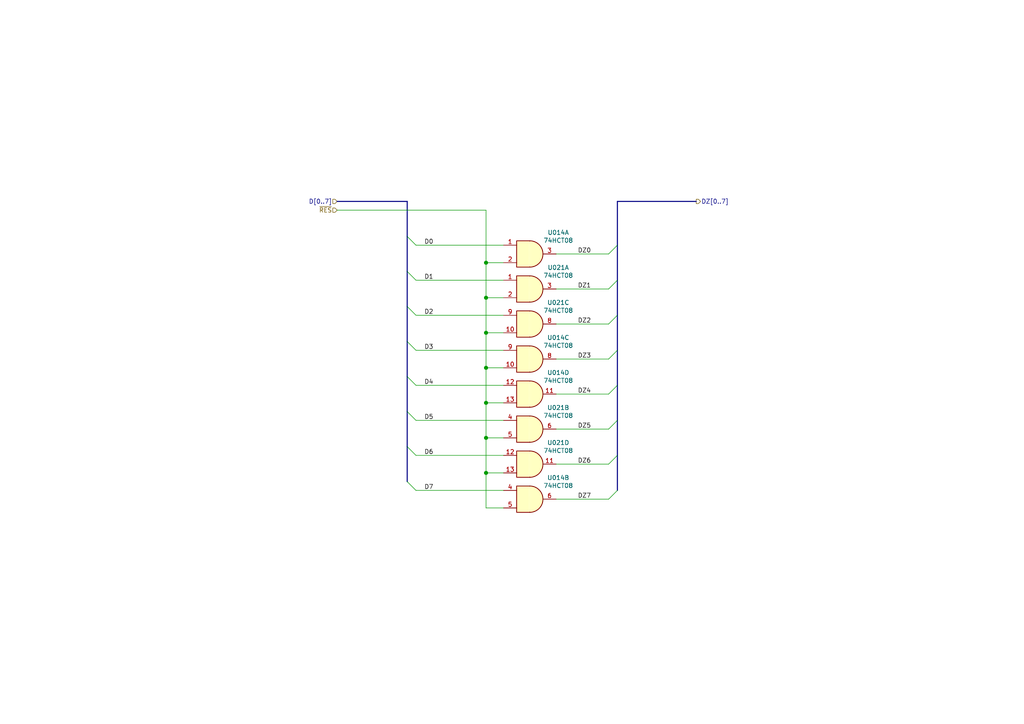
<source format=kicad_sch>
(kicad_sch (version 20211123) (generator eeschema)
  (paper "A4")
  (title_block (title "74HCT6526 Board 0") (date "2023-03-25") (rev "0.2.1") (company "Daniel Molina") (comment 1 "https://github.com/dmolinagarcia/74HCT6526"))
  (lib_symbols
    (symbol "74xx:74LS08" (pin_names (offset 1.016))
      (property "Reference" "U" (at 0 1.27 0))
      (property "Value" "74LS08" (at 0 -1.27 0))
      (symbol "74LS08_1_1"
        (arc (start 0 -3.81) (mid 3.81 0) (end 0 3.81) (stroke (width 0.254)) (fill (type background)))
        (polyline (pts (xy 0 3.81) (xy -3.81 3.81) (xy -3.81 -3.81) (xy 0 -3.81)) (stroke (width 0.254)) (fill (type background)))
        (pin input line (at -7.62 2.54 0) (length 3.81) (name "~") (number "1"))
        (pin input line (at -7.62 -2.54 0) (length 3.81) (name "~") (number "2"))
        (pin output line (at 7.62 0 180) (length 3.81) (name "~") (number "3"))
      )
      (symbol "74LS08_1_2"
        (arc (start -3.81 -3.81) (mid -2.589 0) (end -3.81 3.81) (stroke (width 0.254)))
        (arc (start -0.6096 -3.81) (mid 2.1855 -2.584) (end 3.81 0) (stroke (width 0.254)) (fill (type background)))
        (polyline (pts (xy -3.81 -3.81) (xy -0.635 -3.81)) (stroke (width 0.254)) (fill (type background)))
        (polyline (pts (xy -3.81 3.81) (xy -0.635 3.81)) (stroke (width 0.254)) (fill (type background)))
        (polyline (pts (xy -0.635 3.81) (xy -3.81 3.81) (xy -3.81 3.81) (xy -3.556 3.4036) (xy -3.0226 2.2606) (xy -2.6924 1.0414) (xy -2.6162 -0.254) (xy -2.7686 -1.4986) (xy -3.175 -2.7178) (xy -3.81 -3.81) (xy -3.81 -3.81) (xy -0.635 -3.81)) (stroke (width -25.4)) (fill (type background)))
        (arc (start 3.81 0) (mid 2.1928 2.5925) (end -0.6096 3.81) (stroke (width 0.254)) (fill (type background)))
        (pin input inverted (at -7.62 2.54 0) (length 4.318) (name "~") (number "1"))
        (pin input inverted (at -7.62 -2.54 0) (length 4.318) (name "~") (number "2"))
        (pin output inverted (at 7.62 0 180) (length 3.81) (name "~") (number "3"))
      )
      (symbol "74LS08_2_1"
        (arc (start 0 -3.81) (mid 3.81 0) (end 0 3.81) (stroke (width 0.254)) (fill (type background)))
        (polyline (pts (xy 0 3.81) (xy -3.81 3.81) (xy -3.81 -3.81) (xy 0 -3.81)) (stroke (width 0.254)) (fill (type background)))
        (pin input line (at -7.62 2.54 0) (length 3.81) (name "~") (number "4"))
        (pin input line (at -7.62 -2.54 0) (length 3.81) (name "~") (number "5"))
        (pin output line (at 7.62 0 180) (length 3.81) (name "~") (number "6"))
      )
      (symbol "74LS08_2_2"
        (arc (start -3.81 -3.81) (mid -2.589 0) (end -3.81 3.81) (stroke (width 0.254)))
        (arc (start -0.6096 -3.81) (mid 2.1855 -2.584) (end 3.81 0) (stroke (width 0.254)) (fill (type background)))
        (polyline (pts (xy -3.81 -3.81) (xy -0.635 -3.81)) (stroke (width 0.254)) (fill (type background)))
        (polyline (pts (xy -3.81 3.81) (xy -0.635 3.81)) (stroke (width 0.254)) (fill (type background)))
        (polyline (pts (xy -0.635 3.81) (xy -3.81 3.81) (xy -3.81 3.81) (xy -3.556 3.4036) (xy -3.0226 2.2606) (xy -2.6924 1.0414) (xy -2.6162 -0.254) (xy -2.7686 -1.4986) (xy -3.175 -2.7178) (xy -3.81 -3.81) (xy -3.81 -3.81) (xy -0.635 -3.81)) (stroke (width -25.4)) (fill (type background)))
        (arc (start 3.81 0) (mid 2.1928 2.5925) (end -0.6096 3.81) (stroke (width 0.254)) (fill (type background)))
        (pin input inverted (at -7.62 2.54 0) (length 4.318) (name "~") (number "4"))
        (pin input inverted (at -7.62 -2.54 0) (length 4.318) (name "~") (number "5"))
        (pin output inverted (at 7.62 0 180) (length 3.81) (name "~") (number "6"))
      )
      (symbol "74LS08_3_1"
        (arc (start 0 -3.81) (mid 3.81 0) (end 0 3.81) (stroke (width 0.254)) (fill (type background)))
        (polyline (pts (xy 0 3.81) (xy -3.81 3.81) (xy -3.81 -3.81) (xy 0 -3.81)) (stroke (width 0.254)) (fill (type background)))
        (pin input line (at -7.62 -2.54 0) (length 3.81) (name "~") (number "10"))
        (pin output line (at 7.62 0 180) (length 3.81) (name "~") (number "8"))
        (pin input line (at -7.62 2.54 0) (length 3.81) (name "~") (number "9"))
      )
      (symbol "74LS08_3_2"
        (arc (start -3.81 -3.81) (mid -2.589 0) (end -3.81 3.81) (stroke (width 0.254)))
        (arc (start -0.6096 -3.81) (mid 2.1855 -2.584) (end 3.81 0) (stroke (width 0.254)) (fill (type background)))
        (polyline (pts (xy -3.81 -3.81) (xy -0.635 -3.81)) (stroke (width 0.254)) (fill (type background)))
        (polyline (pts (xy -3.81 3.81) (xy -0.635 3.81)) (stroke (width 0.254)) (fill (type background)))
        (polyline (pts (xy -0.635 3.81) (xy -3.81 3.81) (xy -3.81 3.81) (xy -3.556 3.4036) (xy -3.0226 2.2606) (xy -2.6924 1.0414) (xy -2.6162 -0.254) (xy -2.7686 -1.4986) (xy -3.175 -2.7178) (xy -3.81 -3.81) (xy -3.81 -3.81) (xy -0.635 -3.81)) (stroke (width -25.4)) (fill (type background)))
        (arc (start 3.81 0) (mid 2.1928 2.5925) (end -0.6096 3.81) (stroke (width 0.254)) (fill (type background)))
        (pin input inverted (at -7.62 -2.54 0) (length 4.318) (name "~") (number "10"))
        (pin output inverted (at 7.62 0 180) (length 3.81) (name "~") (number "8"))
        (pin input inverted (at -7.62 2.54 0) (length 4.318) (name "~") (number "9"))
      )
      (symbol "74LS08_4_1"
        (arc (start 0 -3.81) (mid 3.81 0) (end 0 3.81) (stroke (width 0.254)) (fill (type background)))
        (polyline (pts (xy 0 3.81) (xy -3.81 3.81) (xy -3.81 -3.81) (xy 0 -3.81)) (stroke (width 0.254)) (fill (type background)))
        (pin output line (at 7.62 0 180) (length 3.81) (name "~") (number "11"))
        (pin input line (at -7.62 2.54 0) (length 3.81) (name "~") (number "12"))
        (pin input line (at -7.62 -2.54 0) (length 3.81) (name "~") (number "13"))
      )
      (symbol "74LS08_4_2"
        (arc (start -3.81 -3.81) (mid -2.589 0) (end -3.81 3.81) (stroke (width 0.254)))
        (arc (start -0.6096 -3.81) (mid 2.1855 -2.584) (end 3.81 0) (stroke (width 0.254)) (fill (type background)))
        (polyline (pts (xy -3.81 -3.81) (xy -0.635 -3.81)) (stroke (width 0.254)) (fill (type background)))
        (polyline (pts (xy -3.81 3.81) (xy -0.635 3.81)) (stroke (width 0.254)) (fill (type background)))
        (polyline (pts (xy -0.635 3.81) (xy -3.81 3.81) (xy -3.81 3.81) (xy -3.556 3.4036) (xy -3.0226 2.2606) (xy -2.6924 1.0414) (xy -2.6162 -0.254) (xy -2.7686 -1.4986) (xy -3.175 -2.7178) (xy -3.81 -3.81) (xy -3.81 -3.81) (xy -0.635 -3.81)) (stroke (width -25.4)) (fill (type background)))
        (arc (start 3.81 0) (mid 2.1928 2.5925) (end -0.6096 3.81) (stroke (width 0.254)) (fill (type background)))
        (pin output inverted (at 7.62 0 180) (length 3.81) (name "~") (number "11"))
        (pin input inverted (at -7.62 2.54 0) (length 4.318) (name "~") (number "12"))
        (pin input inverted (at -7.62 -2.54 0) (length 4.318) (name "~") (number "13"))
      )
      (symbol "74LS08_5_0"
        (pin power_in line (at 0 12.7 270) (length 5.08) (name "VCC") (number "14"))
        (pin power_in line (at 0 -12.7 90) (length 5.08) (name "GND") (number "7"))
      )
      (symbol "74LS08_5_1"
        (rectangle (start -5.08 7.62) (end 5.08 -7.62) (stroke (width 0.254)) (fill (type background)))
      )
    )
  )
  (junction (at 140.97 96.52) (diameter 1.016))
  (junction (at 140.97 116.84) (diameter 1.016))
  (junction (at 140.97 127) (diameter 1.016))
  (junction (at 140.97 106.68) (diameter 1.016))
  (junction (at 140.97 137.16) (diameter 1.016))
  (junction (at 140.97 76.2) (diameter 1.016))
  (junction (at 140.97 86.36) (diameter 1.016))
  (bus_entry (at 179.07 81.28) (size -2.54 2.54) (stroke (width 0.1524)))
  (bus_entry (at 179.07 91.44) (size -2.54 2.54) (stroke (width 0.1524)))
  (bus_entry (at 118.11 139.7) (size 2.54 2.54) (stroke (width 0.1524)))
  (bus_entry (at 118.11 88.9) (size 2.54 2.54) (stroke (width 0.1524)))
  (bus_entry (at 118.11 119.38) (size 2.54 2.54) (stroke (width 0.1524)))
  (bus_entry (at 179.07 71.12) (size -2.54 2.54) (stroke (width 0.1524)))
  (bus_entry (at 118.11 68.58) (size 2.54 2.54) (stroke (width 0.1524)))
  (bus_entry (at 179.07 121.92) (size -2.54 2.54) (stroke (width 0.1524)))
  (bus_entry (at 179.07 132.08) (size -2.54 2.54) (stroke (width 0.1524)))
  (bus_entry (at 118.11 78.74) (size 2.54 2.54) (stroke (width 0.1524)))
  (bus_entry (at 179.07 101.6) (size -2.54 2.54) (stroke (width 0.1524)))
  (bus_entry (at 118.11 99.06) (size 2.54 2.54) (stroke (width 0.1524)))
  (bus_entry (at 179.07 111.76) (size -2.54 2.54) (stroke (width 0.1524)))
  (bus_entry (at 179.07 142.24) (size -2.54 2.54) (stroke (width 0.1524)))
  (bus_entry (at 118.11 109.22) (size 2.54 2.54) (stroke (width 0.1524)))
  (bus_entry (at 118.11 129.54) (size 2.54 2.54) (stroke (width 0.1524)))
  (wire (pts (xy 140.97 137.16) (xy 140.97 147.32)))
  (bus (pts (xy 179.07 132.08) (xy 179.07 142.24)))
  (wire (pts (xy 161.29 93.98) (xy 176.53 93.98)))
  (wire (pts (xy 140.97 106.68) (xy 140.97 116.84)))
  (wire (pts (xy 140.97 96.52) (xy 140.97 106.68)))
  (wire (pts (xy 161.29 104.14) (xy 176.53 104.14)))
  (wire (pts (xy 161.29 144.78) (xy 176.53 144.78)))
  (wire (pts (xy 120.65 81.28) (xy 146.05 81.28)))
  (wire (pts (xy 120.65 142.24) (xy 146.05 142.24)))
  (bus (pts (xy 118.11 88.9) (xy 118.11 99.06)))
  (bus (pts (xy 97.79 58.42) (xy 118.11 58.42)))
  (wire (pts (xy 97.79 60.96) (xy 140.97 60.96)))
  (bus (pts (xy 118.11 129.54) (xy 118.11 139.7)))
  (bus (pts (xy 201.93 58.42) (xy 179.07 58.42)))
  (wire (pts (xy 140.97 60.96) (xy 140.97 76.2)))
  (wire (pts (xy 161.29 114.3) (xy 176.53 114.3)))
  (wire (pts (xy 140.97 86.36) (xy 146.05 86.36)))
  (wire (pts (xy 120.65 132.08) (xy 146.05 132.08)))
  (bus (pts (xy 179.07 111.76) (xy 179.07 121.92)))
  (bus (pts (xy 118.11 78.74) (xy 118.11 88.9)))
  (bus (pts (xy 179.07 91.44) (xy 179.07 101.6)))
  (bus (pts (xy 179.07 81.28) (xy 179.07 91.44)))
  (wire (pts (xy 140.97 116.84) (xy 146.05 116.84)))
  (bus (pts (xy 118.11 58.42) (xy 118.11 68.58)))
  (bus (pts (xy 118.11 109.22) (xy 118.11 119.38)))
  (bus (pts (xy 179.07 121.92) (xy 179.07 132.08)))
  (wire (pts (xy 140.97 86.36) (xy 140.97 96.52)))
  (bus (pts (xy 118.11 99.06) (xy 118.11 109.22)))
  (wire (pts (xy 120.65 121.92) (xy 146.05 121.92)))
  (wire (pts (xy 140.97 127) (xy 146.05 127)))
  (wire (pts (xy 120.65 111.76) (xy 146.05 111.76)))
  (bus (pts (xy 179.07 58.42) (xy 179.07 71.12)))
  (bus (pts (xy 118.11 68.58) (xy 118.11 78.74)))
  (wire (pts (xy 140.97 137.16) (xy 146.05 137.16)))
  (wire (pts (xy 161.29 83.82) (xy 176.53 83.82)))
  (bus (pts (xy 179.07 101.6) (xy 179.07 111.76)))
  (wire (pts (xy 140.97 76.2) (xy 140.97 86.36)))
  (wire (pts (xy 120.65 91.44) (xy 146.05 91.44)))
  (wire (pts (xy 120.65 101.6) (xy 146.05 101.6)))
  (wire (pts (xy 161.29 134.62) (xy 176.53 134.62)))
  (wire (pts (xy 120.65 71.12) (xy 146.05 71.12)))
  (wire (pts (xy 140.97 147.32) (xy 146.05 147.32)))
  (wire (pts (xy 140.97 96.52) (xy 146.05 96.52)))
  (wire (pts (xy 161.29 124.46) (xy 176.53 124.46)))
  (bus (pts (xy 179.07 71.12) (xy 179.07 81.28)))
  (wire (pts (xy 140.97 127) (xy 140.97 137.16)))
  (bus (pts (xy 118.11 119.38) (xy 118.11 129.54)))
  (wire (pts (xy 161.29 73.66) (xy 176.53 73.66)))
  (wire (pts (xy 140.97 116.84) (xy 140.97 127)))
  (wire (pts (xy 140.97 76.2) (xy 146.05 76.2)))
  (wire (pts (xy 140.97 106.68) (xy 146.05 106.68)))
  (label "DZ0" (at 171.45 73.66 180))
  (label "D6" (at 125.73 132.08 180))
  (label "DZ7" (at 171.45 144.78 180))
  (label "DZ4" (at 171.45 114.3 180))
  (label "D7" (at 125.73 142.24 180))
  (label "DZ2" (at 171.45 93.98 180))
  (label "D0" (at 125.73 71.12 180))
  (label "D3" (at 125.73 101.6 180))
  (label "D2" (at 125.73 91.44 180))
  (label "DZ1" (at 171.45 83.82 180))
  (label "D1" (at 125.73 81.28 180))
  (label "D4" (at 125.73 111.76 180))
  (label "DZ5" (at 171.45 124.46 180))
  (label "DZ3" (at 171.45 104.14 180))
  (label "D5" (at 125.73 121.92 180))
  (label "DZ6" (at 171.45 134.62 180))
  (hierarchical_label "~{RES}" (shape input) (at 97.79 60.96 180))
  (hierarchical_label "DZ[0..7]" (shape output) (at 201.93 58.42 0))
  (hierarchical_label "D[0..7]" (shape input) (at 97.79 58.42 180))
  (symbol (lib_id "74xx:74LS08") (at 153.67 104.14 0) (unit 3)
    (property "Reference" "U014" (at 161.925 97.9232 0))
    (property "Value" "74HCT08" (at 161.925 100.2219 0))
    (property "Footprint" "74hct6526.footprints:SO-14" (effects hide))
    (property "Datasheet" "http://www.ti.com/lit/gpn/sn74LS08" (effects hide))
  )
  (symbol (lib_id "74xx:74LS08") (at 153.67 93.98 0) (unit 3)
    (property "Reference" "U021" (at 161.925 87.7632 0))
    (property "Value" "74HCT08" (at 161.925 90.0619 0))
    (property "Footprint" "74hct6526.footprints:SO-14" (effects hide))
    (property "Datasheet" "http://www.ti.com/lit/gpn/sn74LS08" (effects hide))
  )
  (symbol (lib_id "74xx:74LS08") (at 153.67 144.78 0) (unit 2)
    (property "Reference" "U014" (at 161.925 138.5632 0))
    (property "Value" "74HCT08" (at 161.925 140.8619 0))
    (property "Footprint" "74hct6526.footprints:SO-14" (effects hide))
    (property "Datasheet" "http://www.ti.com/lit/gpn/sn74LS08" (effects hide))
  )
  (symbol (lib_id "74xx:74LS08") (at 153.67 73.66 0) (unit 1)
    (property "Reference" "U014" (at 161.925 67.4432 0))
    (property "Value" "74HCT08" (at 161.925 69.7419 0))
    (property "Footprint" "74hct6526.footprints:SO-14" (effects hide))
    (property "Datasheet" "http://www.ti.com/lit/gpn/sn74LS08" (effects hide))
  )
  (symbol (lib_id "74xx:74LS08") (at 153.67 83.82 0) (unit 1)
    (property "Reference" "U021" (at 161.925 77.6032 0))
    (property "Value" "74HCT08" (at 161.925 79.9019 0))
    (property "Footprint" "74hct6526.footprints:SO-14" (effects hide))
    (property "Datasheet" "http://www.ti.com/lit/gpn/sn74LS08" (effects hide))
  )
  (symbol (lib_id "74xx:74LS08") (at 153.67 124.46 0) (unit 2)
    (property "Reference" "U021" (at 161.925 118.2432 0))
    (property "Value" "74HCT08" (at 161.925 120.5419 0))
    (property "Footprint" "74hct6526.footprints:SO-14" (effects hide))
    (property "Datasheet" "http://www.ti.com/lit/gpn/sn74LS08" (effects hide))
  )
  (symbol (lib_id "74xx:74LS08") (at 153.67 114.3 0) (unit 4)
    (property "Reference" "U014" (at 161.925 108.0832 0))
    (property "Value" "74HCT08" (at 161.925 110.3819 0))
    (property "Footprint" "74hct6526.footprints:SO-14" (effects hide))
    (property "Datasheet" "http://www.ti.com/lit/gpn/sn74LS08" (effects hide))
  )
  (symbol (lib_id "74xx:74LS08") (at 153.67 134.62 0) (unit 4)
    (property "Reference" "U021" (at 161.925 128.4032 0))
    (property "Value" "74HCT08" (at 161.925 130.7019 0))
    (property "Footprint" "74hct6526.footprints:SO-14" (effects hide))
    (property "Datasheet" "http://www.ti.com/lit/gpn/sn74LS08" (effects hide))
  )
)
</source>
